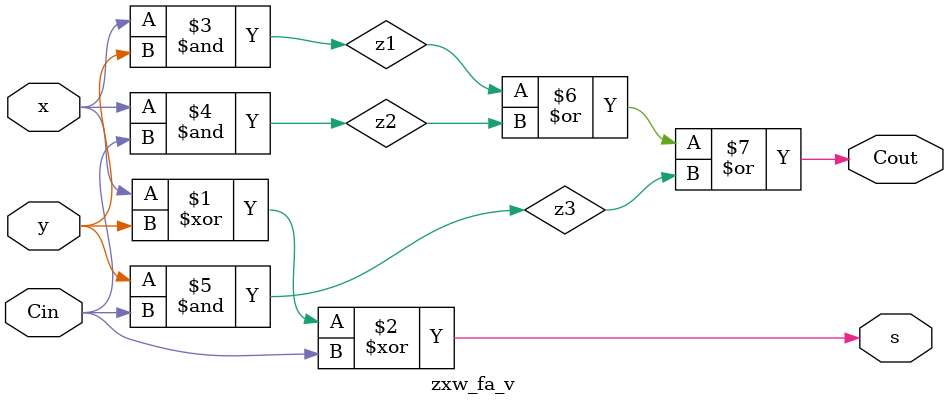
<source format=v>
module zxw_fa_v (Cin,x,y,s, Cout);
	input Cin, x, y;
	output s, Cout;
	
		xor (s,  x, y, Cin);
		and (z1, x, y);
		and (z2, x, Cin);
		and (z3, y, Cin);
		or (Cout, z1, z2, z3);
		
endmodule
</source>
